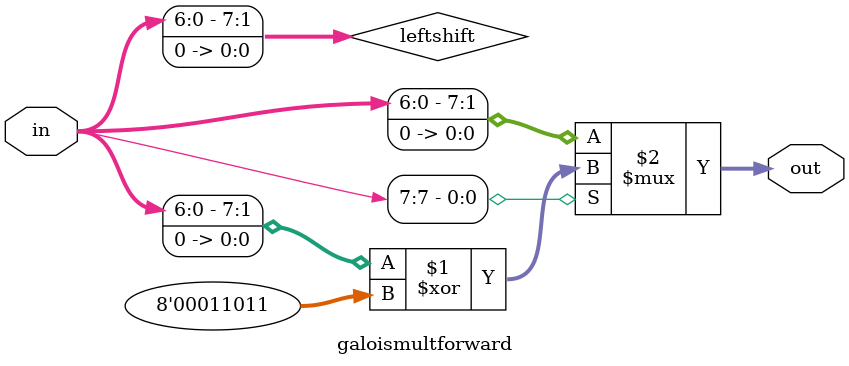
<source format=sv>

module galoismultforward(input logic [7:0] in, output logic [7:0] out);

   logic [7:0] leftshift;

   assign leftshift = {in[6:0], 1'b0};
   assign out = in[7] ? (leftshift ^ 8'b00011011) : leftshift;
endmodule

</source>
